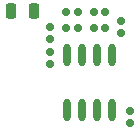
<source format=gbp>
G04*
G04 #@! TF.GenerationSoftware,Altium Limited,Altium Designer,20.0.10 (225)*
G04*
G04 Layer_Color=128*
%FSLAX25Y25*%
%MOIN*%
G70*
G01*
G75*
G04:AMPARAMS|DCode=27|XSize=24.5mil|YSize=26mil|CornerRadius=6.13mil|HoleSize=0mil|Usage=FLASHONLY|Rotation=180.000|XOffset=0mil|YOffset=0mil|HoleType=Round|Shape=RoundedRectangle|*
%AMROUNDEDRECTD27*
21,1,0.02450,0.01375,0,0,180.0*
21,1,0.01225,0.02600,0,0,180.0*
1,1,0.01225,-0.00613,0.00688*
1,1,0.01225,0.00613,0.00688*
1,1,0.01225,0.00613,-0.00688*
1,1,0.01225,-0.00613,-0.00688*
%
%ADD27ROUNDEDRECTD27*%
G04:AMPARAMS|DCode=28|XSize=24.5mil|YSize=26mil|CornerRadius=6.13mil|HoleSize=0mil|Usage=FLASHONLY|Rotation=270.000|XOffset=0mil|YOffset=0mil|HoleType=Round|Shape=RoundedRectangle|*
%AMROUNDEDRECTD28*
21,1,0.02450,0.01375,0,0,270.0*
21,1,0.01225,0.02600,0,0,270.0*
1,1,0.01225,-0.00688,-0.00613*
1,1,0.01225,-0.00688,0.00613*
1,1,0.01225,0.00688,0.00613*
1,1,0.01225,0.00688,-0.00613*
%
%ADD28ROUNDEDRECTD28*%
G04:AMPARAMS|DCode=31|XSize=36mil|YSize=51mil|CornerRadius=9mil|HoleSize=0mil|Usage=FLASHONLY|Rotation=180.000|XOffset=0mil|YOffset=0mil|HoleType=Round|Shape=RoundedRectangle|*
%AMROUNDEDRECTD31*
21,1,0.03600,0.03300,0,0,180.0*
21,1,0.01800,0.05100,0,0,180.0*
1,1,0.01800,-0.00900,0.01650*
1,1,0.01800,0.00900,0.01650*
1,1,0.01800,0.00900,-0.01650*
1,1,0.01800,-0.00900,-0.01650*
%
%ADD31ROUNDEDRECTD31*%
%ADD32O,0.02362X0.07480*%
D27*
X-1250Y19685D02*
D03*
X-5050D02*
D03*
X4005D02*
D03*
X7806D02*
D03*
X-1250Y14173D02*
D03*
X-5050D02*
D03*
X4005D02*
D03*
X7806D02*
D03*
D28*
X-10630Y10698D02*
D03*
Y14498D02*
D03*
Y2431D02*
D03*
Y6231D02*
D03*
X12992Y12667D02*
D03*
Y16467D02*
D03*
X16142Y-13454D02*
D03*
Y-17254D02*
D03*
D31*
X-15985Y20079D02*
D03*
X-23385D02*
D03*
D32*
X10256Y5315D02*
D03*
X5256D02*
D03*
X256D02*
D03*
X-4744D02*
D03*
X5256Y-13189D02*
D03*
X256D02*
D03*
X10256D02*
D03*
X-4744D02*
D03*
M02*

</source>
